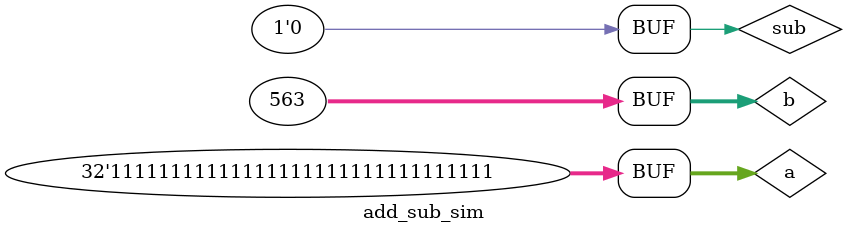
<source format=v>
`timescale 1ns / 1ps


module add_sub_sim(

    );
    reg [31:0] a = 32'd16;
    reg [31:0] b = 32'd12;
    
    reg sub = 0;
    wire[31:0] sum;
    wire cf,ovf,sf,zf;
    addsub # (32) U(a,b,sub,sum,cf,ovf,sf,zf);
    initial begin
    # 200 sub=1;
    # 200 begin a = 32'h7f;         b = 32'h7;  sub = 0;end
    # 200 begin a = 32'hff;         b = 32'h22;  sub = 1;end
    # 200 begin a = 32'h7fffffff;   b = 32'h7;  sub = 0;end
    # 200 begin a = 32'h16;         b = 32'h22; sub = 1;end
    # 200 begin a = 32'hffff;       b = 32'hffff;  sub = 1;end
    # 200 begin a = 32'hffffffff;   b = 32'h233;  sub = 0;end
    end
endmodule

</source>
